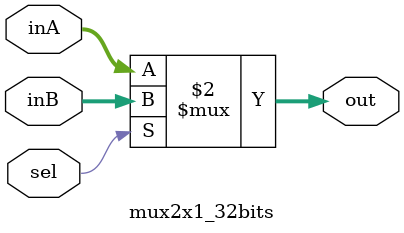
<source format=v>
module mux2x1_32bits(
    input [31:0] inA, inB,
    input sel,
    output [31:0] out
);

assign out = (sel == 1) ? inB : inA;

endmodule
</source>
